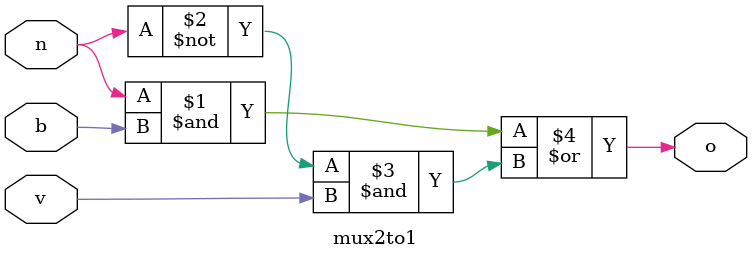
<source format=v>
module muxs(SW, LEDR);
    input [9:0] SW;
    output [9:0] LEDR;
	 
    mux4to1 u0(
        .x(SW[0]),
        .w(SW[1]),
        .v(SW[2]),
		  .u(SW[3]),
		  .s0(SW[9]),
		  .s1(SW[8]),
        .m(LEDR[0])
        );
		  
endmodule

module mux4to1(x,w,v,u,s0,s1,m);
	input x,w,v,u,s0,s1;
	output m;
	wire mux2a, mux2b;
	
	mux2to1 a(
		.v(u),
		.b(v),
		.n(s0),
		.o(mux2a)
		);
		
	mux2to1 b(
		.v(w),
		.b(x),
		.n(s0),
		.o(mux2b)
		);
	
	mux2to1 c(
		.v(mux2a),
		.b(mux2b),
		.n(s1),
		.o(m)
	);
	

endmodule

module mux2to1(v, b, n, o);
    input v; //selected when s is 0
    input b; //selected when s is 1
    input n; //select signal
    output o; //output
  
    assign o = n & b | ~n & v;
endmodule 

</source>
